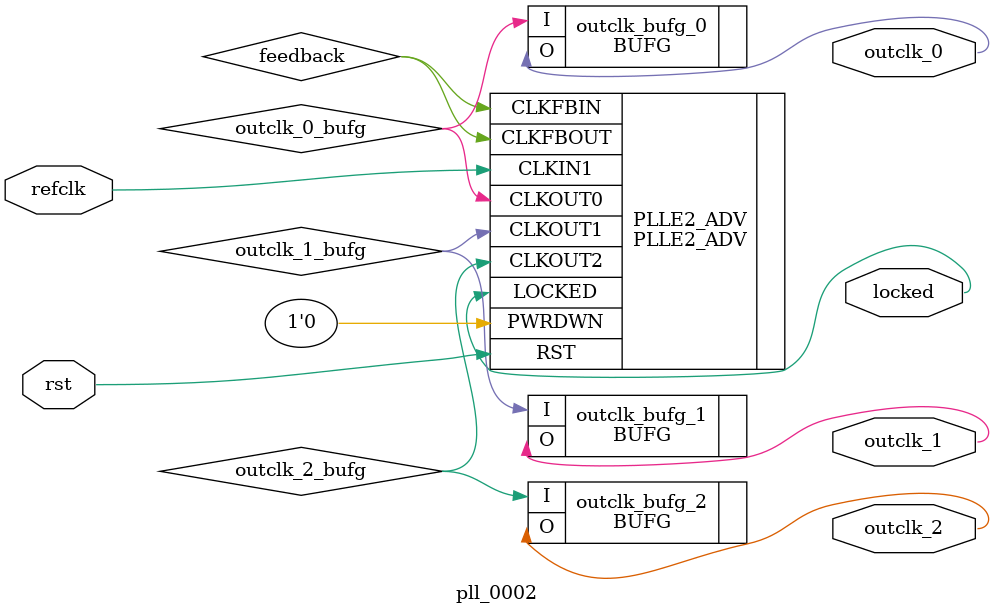
<source format=v>

`timescale 1ns/10ps
module  pll_0002(
	input wire refclk,
	input wire rst,
	output wire outclk_0,
	output wire outclk_1,
	output wire outclk_2,
	output wire locked
);

	wire feedback;

	wire outclk_0_bufg;
	wire outclk_1_bufg;
	wire outclk_2_bufg;
	
	PLLE2_ADV #(
		.CLKFBOUT_MULT(6'd24),
		.CLKIN1_PERIOD(20.0),
		.CLKOUT0_DIVIDE(7'd100), // 12 MHz = 50 MHz * 24 / 100
		.CLKOUT0_PHASE(1'd0),
		.CLKOUT1_DIVIDE(7'd54),  // 24 MHz ~= 50 MHz * 24 / 50
		.CLKOUT1_PHASE(1'd0),
		.CLKOUT2_DIVIDE(7'd25),  // 48 MHz = 50 MHz  * 24 / 25
		.CLKOUT2_PHASE(1'd0),
		.DIVCLK_DIVIDE(1'd1),
		.REF_JITTER1(0.01),
		.STARTUP_WAIT("FALSE")
	) PLLE2_ADV (
		.CLKFBIN(feedback),
		.CLKIN1(refclk),
		.PWRDWN(1'b0),
		.RST(rst),
		.CLKFBOUT(feedback),
		.CLKOUT0(outclk_0_bufg),
		.CLKOUT1(outclk_1_bufg),
		.CLKOUT2(outclk_2_bufg),
		.LOCKED(locked)
	);

	BUFG outclk_bufg_0 (.I(outclk_0_bufg), .O(outclk_0));
	BUFG outclk_bufg_1 (.I(outclk_1_bufg), .O(outclk_1));
	BUFG outclk_bufg_2 (.I(outclk_2_bufg), .O(outclk_2));
endmodule

</source>
